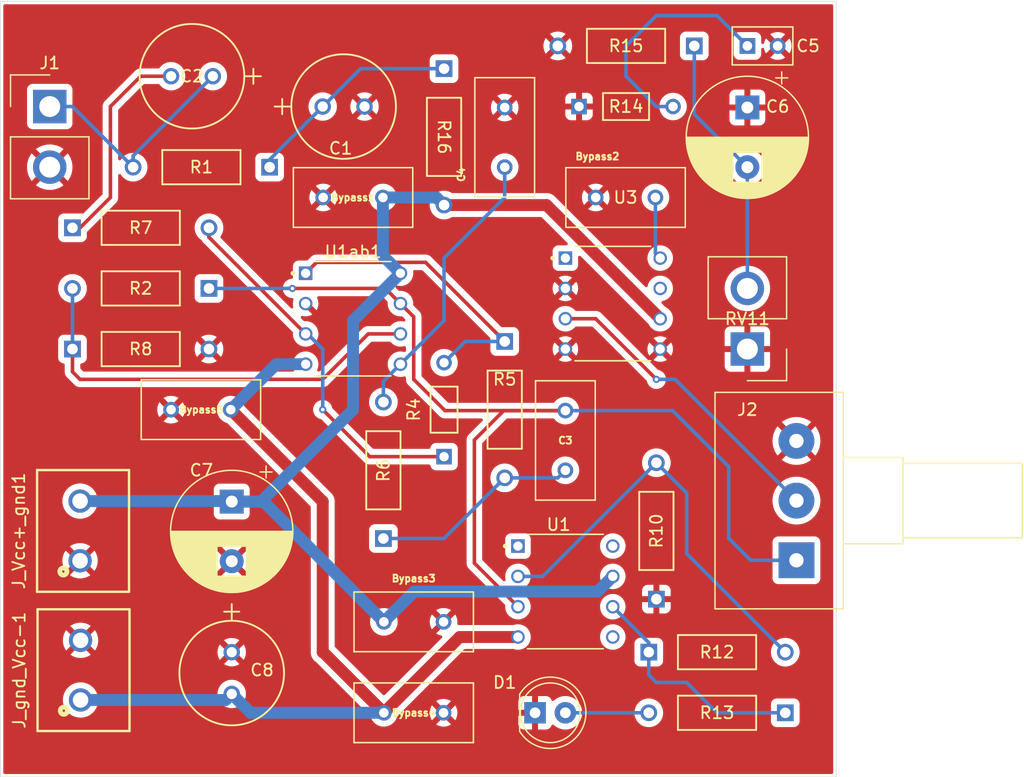
<source format=kicad_pcb>
(kicad_pcb (version 20240108) (generator "pcbnew") (generator_version "8.0")
  (layers (0 "F.Cu" signal) (31 "B.Cu" signal) (34 "B.Paste" user) (35 "F.Paste" user) (36 "B.SilkS" user "B.Silkscreen") (37 "F.SilkS" user "F.Silkscreen") (38 "B.Mask" user) (39 "F.Mask" user) (44 "Edge.Cuts" user))
  (net 0 "")
  (net 1 "/Vcc+")
  (net 2 "GND")
  (net 3 "Net-(Bypass2-Pad2)")
  (net 4 "/Vcc-")
  (net 5 "Net-(C1-Pad1)")
  (net 6 "Net-(C2-Pad2)")
  (net 7 "Net-(J1-Pin_1)")
  (net 8 "Net-(C3-Pad1)")
  (net 9 "/2OUT")
  (net 10 "/2IN+")
  (net 11 "Net-(C5-Pad1)")
  (net 12 "Net-(J2-Pin_2)")
  (net 13 "Net-(D1-A)")
  (net 14 "/1IN_+")
  (net 15 "/1OUT")
  (net 16 "/2IN-")
  (net 17 "Net-(U1--)")
  (net 18 "Net-(R12-Pad1)")
  (net 19 "Net-(U3-+)")
  (footprint "Capacitor_THT:XTAL_ZTA-2.44MG_100n_BP" (layer "F.Cu") (at 116.8 109.22 180)
    (property "Reference" "Bypass5" (at -0.04 0 0) (layer "F.SilkS") (effects (font (size 0.591981 0.591981))))
    (property "Value" "100n")
    (pad "1" thru_hole circle (at -2.5 0 180) (size 1.308 1.308) (drill 0.8) (layers "*.Cu" "*.Mask") (net 4 "/Vcc-"))
    (pad "2" thru_hole circle (at 2.5 0 180) (size 1.308 1.308) (drill 0.8) (layers "*.Cu" "*.Mask") (net 2 "GND"))
  )
  (footprint "Resistor_THT:1k_kue_0.25W" (layer "F.Cu") (at 154.305 129.54)
    (property "Reference" "R12" (at 5.715 0 0) (layer "F.SilkS"))
    (property "Value" "330k")
    (pad "1" thru_hole rect (at 0 0) (size 1.397 1.397) (drill 0.889) (layers "*.Cu" "*.Mask") (net 18 "Net-(R12-Pad1)"))
    (pad "2" thru_hole circle (at 11.43 0) (size 1.397 1.397) (drill 0.889) (layers "*.Cu" "*.Mask") (net 17 "Net-(U1--)"))
  )
  (footprint "Connector_Samtec_HPM_THT:Samtec_HPM-02-01-x-S_Straight_1x02_Pitch5.08mm" (layer "F.Cu") (at 104.14 83.82)
    (property "Reference" "J1" (at 0 -3.65 0) (layer "F.SilkS"))
    (property "Value" "Conn_01x02_Pin")
    (pad "1" thru_hole rect (at 0 0) (size 2.8 2.8) (drill 1.75) (layers "*.Cu" "*.Mask") (net 7 "Net-(J1-Pin_1)"))
    (pad "2" thru_hole circle (at 0 5.08) (size 2.8 2.8) (drill 1.75) (layers "*.Cu" "*.Mask") (net 2 "GND"))
  )
  (footprint "Capacitor_THT:CAPRR254W54L508T318H736_ceramic" (layer "F.Cu") (at 163.83 78.74)
    (property "Reference" "C5" (at 3.81 0 0) (layer "F.SilkS"))
    (property "Value" "C")
    (pad "1" thru_hole rect (at -1.27 0) (size 1.318 1.318) (drill 0.81) (layers "*.Cu" "*.Mask") (net 11 "Net-(C5-Pad1)"))
    (pad "2" thru_hole circle (at 1.27 0) (size 1.318 1.318) (drill 0.81) (layers "*.Cu" "*.Mask") (net 2 "GND"))
  )
  (footprint "Connector_Samtec_HPM_THT:Samtec_HPM-02-01-x-S_Straight_1x02_Pitch5.08mm" (layer "F.Cu") (at 162.56 104.14 180)
    (property "Reference" "J2" (at 0 -5.08 0) (layer "F.SilkS"))
    (property "Value" "Conn_01x02_Pin")
    (pad "1" thru_hole rect (at 0 0 180) (size 2.8 2.8) (drill 1.75) (layers "*.Cu" "*.Mask") (net 2 "GND"))
    (pad "2" thru_hole circle (at 0 5.08 180) (size 2.8 2.8) (drill 1.75) (layers "*.Cu" "*.Mask") (net 12 "Net-(J2-Pin_2)"))
  )
  (footprint "Resistor_THT:1k_kue_0.25W" (layer "F.Cu") (at 106.045 104.14)
    (property "Reference" "R8" (at 5.715 0 0) (layer "F.SilkS"))
    (property "Value" "56k")
    (pad "1" thru_hole rect (at 0 0) (size 1.397 1.397) (drill 0.889) (layers "*.Cu" "*.Mask") (net 16 "/2IN-"))
    (pad "2" thru_hole circle (at 11.43 0) (size 1.397 1.397) (drill 0.889) (layers "*.Cu" "*.Mask") (net 2 "GND"))
  )
  (footprint "Capacitor_THT:XTAL_ZTA-2.44MG_100n_BP" (layer "F.Cu") (at 129.54 91.44 180)
    (property "Reference" "Bypass1" (at 0 0 0) (layer "F.SilkS") (effects (font (size 0.591981 0.591981))))
    (property "Value" "100n")
    (pad "1" thru_hole circle (at -2.5 0 180) (size 1.308 1.308) (drill 0.8) (layers "*.Cu" "*.Mask") (net 1 "/Vcc+"))
    (pad "2" thru_hole circle (at 2.5 0 180) (size 1.308 1.308) (drill 0.8) (layers "*.Cu" "*.Mask") (net 2 "GND"))
  )
  (footprint "Capacitor_THT:CAP_470uF_16V_kue" (layer "F.Cu") (at 127 83.82)
    (property "Reference" "C1" (at 1.5 3.5 0) (layer "F.SilkS"))
    (property "Value" "470uF")
    (pad "1" thru_hole circle (at 0 0) (size 1.3716 1.3716) (drill 0.8636) (layers "*.Cu" "*.Mask") (net 5 "Net-(C1-Pad1)"))
    (pad "2" thru_hole circle (at 3.500001 0) (size 1.3716 1.3716) (drill 0.8636) (layers "*.Cu" "*.Mask") (net 2 "GND"))
  )
  (footprint "Connector:691137710002" (layer "F.Cu") (at 106.68 119.38 90)
    (property "Reference" "J_Vcc+_gnd1" (at 0 -5.135 90) (layer "F.SilkS"))
    (property "Value" "691137710002")
    (pad "1" thru_hole circle (at -2.5 0 90) (size 1.95 1.95) (drill 1.3) (layers "*.Cu" "*.Mask") (net 2 "GND"))
    (pad "2" thru_hole circle (at 2.5 0 90) (size 1.95 1.95) (drill 1.3) (layers "*.Cu" "*.Mask") (net 1 "/Vcc+"))
  )
  (footprint "Capacitor_THT:XTAL_ZTA-2.44MG_100n_BP" (layer "F.Cu") (at 134.62 134.62 180)
    (property "Reference" "Bypass4" (at 0 0 0) (layer "F.SilkS") (effects (font (size 0.591981 0.591981))))
    (property "Value" "100n")
    (pad "1" thru_hole circle (at -2.5 0 180) (size 1.308 1.308) (drill 0.8) (layers "*.Cu" "*.Mask") (net 2 "GND"))
    (pad "2" thru_hole circle (at 2.5 0 180) (size 1.308 1.308) (drill 0.8) (layers "*.Cu" "*.Mask") (net 4 "/Vcc-"))
  )
  (footprint "Capacitor_THT:XTAL_ZTA-2.44MG_100n_BP" (layer "F.Cu") (at 134.62 127)
    (property "Reference" "Bypass3" (at 0 -3.633788 0) (layer "F.SilkS") (effects (font (size 0.591981 0.591981))))
    (property "Value" "100n")
    (pad "1" thru_hole circle (at -2.5 0) (size 1.308 1.308) (drill 0.8) (layers "*.Cu" "*.Mask") (net 1 "/Vcc+"))
    (pad "2" thru_hole circle (at 2.5 0) (size 1.308 1.308) (drill 0.8) (layers "*.Cu" "*.Mask") (net 2 "GND"))
  )
  (footprint "Resistor_THT:STA_CF14_STP_kue10k_0.25w" (layer "F.Cu") (at 122.555 88.9 180)
    (property "Reference" "R1" (at 5.715 0 0) (layer "F.SilkS"))
    (property "Value" "10k")
    (pad "1" thru_hole rect (at 0 0 180) (size 1.397 1.397) (drill 0.889) (layers "*.Cu" "*.Mask") (net 5 "Net-(C1-Pad1)"))
    (pad "2" thru_hole circle (at 11.43 0 180) (size 1.397 1.397) (drill 0.889) (layers "*.Cu" "*.Mask") (net 7 "Net-(J1-Pin_1)"))
  )
  (footprint "Resistor_THT:2k2_kue_0.25W" (layer "F.Cu") (at 117.475 99.06 180)
    (property "Reference" "R7" (at 5.715 5.08 0) (layer "F.SilkS"))
    (property "Value" "33k")
    (pad "1" thru_hole rect (at 0 0 180) (size 1.397 1.397) (drill 0.889) (layers "*.Cu" "*.Mask") (net 9 "/2OUT"))
    (pad "2" thru_hole circle (at 11.43 0 180) (size 1.397 1.397) (drill 0.889) (layers "*.Cu" "*.Mask") (net 16 "/2IN-"))
  )
  (footprint "Resistor_THT:1k_kue_0.25W" (layer "F.Cu") (at 137.16 80.645 -90)
    (property "Reference" "R16" (at 5.715 0 -90) (layer "F.SilkS"))
    (property "Value" "1k")
    (pad "1" thru_hole rect (at 0 0 270) (size 1.397 1.397) (drill 0.889) (layers "*.Cu" "*.Mask") (net 5 "Net-(C1-Pad1)"))
    (pad "2" thru_hole circle (at 11.43 0 270) (size 1.397 1.397) (drill 0.889) (layers "*.Cu" "*.Mask") (net 1 "/Vcc+"))
  )
  (footprint "Capacitor_THT:CP_Radial_D10.0mm_P5.00mm" (layer "F.Cu") (at 119.38 116.92 -90)
    (property "Reference" "C7" (at -2.62 2.54 180) (layer "F.SilkS"))
    (property "Value" "1000uF")
    (pad "1" thru_hole rect (at 0 0 270) (size 2 2) (drill 1) (layers "*.Cu" "*.Mask") (net 1 "/Vcc+"))
    (pad "2" thru_hole circle (at 5 0 270) (size 2 2) (drill 1) (layers "*.Cu" "*.Mask") (net 2 "GND"))
  )
  (footprint "Connector:691137710002" (layer "F.Cu") (at 106.72 131.047 90)
    (property "Reference" "J_gnd_Vcc-1" (at 0 -5.135 90) (layer "F.SilkS"))
    (property "Value" "691137710002")
    (pad "1" thru_hole circle (at -2.5 0 90) (size 1.95 1.95) (drill 1.3) (layers "*.Cu" "*.Mask") (net 4 "/Vcc-"))
    (pad "2" thru_hole circle (at 2.5 0 90) (size 1.95 1.95) (drill 1.3) (layers "*.Cu" "*.Mask") (net 2 "GND"))
  )
  (footprint "Resistor_THT:1k_kue_0.25W" (layer "F.Cu") (at 154.94 125.095 90)
    (property "Reference" "R10" (at 5.715 0 90) (layer "F.SilkS"))
    (property "Value" "4k7")
    (pad "1" thru_hole rect (at 0 0 90) (size 1.397 1.397) (drill 0.889) (layers "*.Cu" "*.Mask") (net 2 "GND"))
    (pad "2" thru_hole circle (at 11.43 0 90) (size 1.397 1.397) (drill 0.889) (layers "*.Cu" "*.Mask") (net 17 "Net-(U1--)"))
  )
  (footprint "Library:DIP794W45P254L959H508Q8_LM386" (layer "F.Cu") (at 151.29 100.33)
    (property "Reference" "U3" (at 1.07 -8.89 0) (layer "F.SilkS"))
    (property "Value" "LM386")
    (pad "1" thru_hole rect (at -3.97 -3.81) (size 1.13 1.13) (drill 0.78) (layers "*.Cu" "*.Mask"))
    (pad "2" thru_hole circle (at -3.97 -1.27) (size 1.13 1.13) (drill 0.78) (layers "*.Cu" "*.Mask") (net 2 "GND"))
    (pad "3" thru_hole circle (at -3.97 1.27) (size 1.13 1.13) (drill 0.78) (layers "*.Cu" "*.Mask") (net 19 "Net-(U3-+)"))
    (pad "4" thru_hole circle (at -3.97 3.81) (size 1.13 1.13) (drill 0.78) (layers "*.Cu" "*.Mask") (net 2 "GND"))
    (pad "5" thru_hole circle (at 3.97 3.81) (size 1.13 1.13) (drill 0.78) (layers "*.Cu" "*.Mask") (net 2 "GND"))
    (pad "6" thru_hole circle (at 3.97 1.27) (size 1.13 1.13) (drill 0.78) (layers "*.Cu" "*.Mask") (net 1 "/Vcc+"))
    (pad "7" thru_hole circle (at 3.97 -1.27) (size 1.13 1.13) (drill 0.78) (layers "*.Cu" "*.Mask"))
    (pad "8" thru_hole circle (at 3.97 -3.81) (size 1.13 1.13) (drill 0.78) (layers "*.Cu" "*.Mask") (net 3 "Net-(Bypass2-Pad2)"))
  )
  (footprint "Resistor_THT:1k_kue_0.25W" (layer "F.Cu") (at 142.24 103.505 -90)
    (property "Reference" "R5" (at 3.175 0 0) (layer "F.SilkS"))
    (property "Value" "33k")
    (pad "1" thru_hole rect (at 0 0 270) (size 1.397 1.397) (drill 0.889) (layers "*.Cu" "*.Mask") (net 15 "/1OUT"))
    (pad "2" thru_hole circle (at 11.43 0 270) (size 1.397 1.397) (drill 0.889) (layers "*.Cu" "*.Mask") (net 8 "Net-(C3-Pad1)"))
  )
  (footprint "Potentiometer_THT:Potentiometer_Alps_RK163_Single_Horizontal" (layer "F.Cu") (at 166.67 121.84 180)
    (property "Reference" "RV11" (at 4.11 20.24 0) (layer "F.SilkS"))
    (property "Value" "R_Potentiometer")
    (pad "1" thru_hole rect (at 0 0) (size 3 3) (drill 1.2) (layers "*.Cu" "*.Mask") (net 9 "/2OUT"))
    (pad "2" thru_hole circle (at 0 5) (size 3 3) (drill 1.2) (layers "*.Cu" "*.Mask") (net 19 "Net-(U3-+)"))
    (pad "3" thru_hole circle (at 0 10) (size 3 3) (drill 1.2) (layers "*.Cu" "*.Mask") (net 2 "GND"))
  )
  (footprint "Resistor_THT:47k_kue_0.25W" (layer "F.Cu") (at 137.16 113.157 90)
    (property "Reference" "R4" (at 3.937 -2.54 90) (layer "F.SilkS"))
    (property "Value" "47k")
    (pad "1" thru_hole rect (at 0 0 90) (size 1.2954 1.2954) (drill 0.7874) (layers "*.Cu" "*.Mask") (net 14 "/1IN_+"))
    (pad "2" thru_hole circle (at 7.874 0 90) (size 1.2954 1.2954) (drill 0.7874) (layers "*.Cu" "*.Mask") (net 15 "/1OUT"))
  )
  (footprint "Resistor_THT:2k2_kue_0.25W" (layer "F.Cu") (at 106.045 93.98)
    (property "Reference" "R2" (at 5.715 5.08 0) (layer "F.SilkS"))
    (property "Value" "R")
    (pad "1" thru_hole rect (at 0 0) (size 1.397 1.397) (drill 0.889) (layers "*.Cu" "*.Mask") (net 6 "Net-(C2-Pad2)"))
    (pad "2" thru_hole circle (at 11.43 0) (size 1.397 1.397) (drill 0.889) (layers "*.Cu" "*.Mask") (net 14 "/1IN_+"))
  )
  (footprint "LED_THT:LED_D5.0mm_Clear" (layer "F.Cu") (at 144.78 134.62)
    (property "Reference" "D1" (at -2.54 -2.54 0) (layer "F.SilkS"))
    (property "Value" "LED")
    (pad "1" thru_hole rect (at 0 0) (size 1.8 1.8) (drill 0.9) (layers "*.Cu" "*.Mask") (net 2 "GND"))
    (pad "2" thru_hole circle (at 2.54 0) (size 1.8 1.8) (drill 0.9) (layers "*.Cu" "*.Mask") (net 13 "Net-(D1-A)"))
  )
  (footprint "Capacitor_THT:XTAL_ZTA-2.44MG_100n_BP" (layer "F.Cu") (at 152.36 91.44)
    (property "Reference" "Bypass2" (at -2.36 -3.44 0) (layer "F.SilkS") (effects (font (size 0.591981 0.591981))))
    (property "Value" "100n")
    (pad "1" thru_hole circle (at -2.5 0) (size 1.308 1.308) (drill 0.8) (layers "*.Cu" "*.Mask") (net 2 "GND"))
    (pad "2" thru_hole circle (at 2.5 0) (size 1.308 1.308) (drill 0.8) (layers "*.Cu" "*.Mask") (net 3 "Net-(Bypass2-Pad2)"))
  )
  (footprint "Library:DIP794W45P254L959H508Q8" (layer "F.Cu") (at 129.54 101.6)
    (property "Reference" "U1ab1" (at 0 -5.607 0) (layer "F.SilkS"))
    (property "Value" "TL072CP")
    (pad "1" thru_hole rect (at -3.97 -3.81) (size 1.13 1.13) (drill 0.78) (layers "*.Cu" "*.Mask") (net 15 "/1OUT"))
    (pad "2" thru_hole circle (at -3.97 -1.27) (size 1.13 1.13) (drill 0.78) (layers "*.Cu" "*.Mask") (net 2 "GND"))
    (pad "3" thru_hole circle (at -3.97 1.27) (size 1.13 1.13) (drill 0.78) (layers "*.Cu" "*.Mask") (net 14 "/1IN_+"))
    (pad "4" thru_hole circle (at -3.97 3.81) (size 1.13 1.13) (drill 0.78) (layers "*.Cu" "*.Mask") (net 4 "/Vcc-"))
    (pad "5" thru_hole circle (at 3.97 3.81) (size 1.13 1.13) (drill 0.78) (layers "*.Cu" "*.Mask") (net 10 "/2IN+"))
    (pad "6" thru_hole circle (at 3.97 1.27) (size 1.13 1.13) (drill 0.78) (layers "*.Cu" "*.Mask") (net 16 "/2IN-"))
    (pad "7" thru_hole circle (at 3.97 -1.27) (size 1.13 1.13) (drill 0.78) (layers "*.Cu" "*.Mask") (net 9 "/2OUT"))
    (pad "8" thru_hole circle (at 3.97 -3.81) (size 1.13 1.13) (drill 0.78) (layers "*.Cu" "*.Mask") (net 1 "/Vcc+"))
  )
  (footprint "Capacitor_THT:CP_Radial_D10.0mm_P5.00mm" (layer "F.Cu") (at 162.56 83.9 -90)
    (property "Reference" "C6" (at -0.08 -2.54 180) (layer "F.SilkS"))
    (property "Value" "1000uF")
    (pad "1" thru_hole rect (at 0 0 270) (size 2 2) (drill 1) (layers "*.Cu" "*.Mask") (net 2 "GND"))
    (pad "2" thru_hole circle (at 5 0 270) (size 2 2) (drill 1) (layers "*.Cu" "*.Mask") (net 12 "Net-(J2-Pin_2)"))
  )
  (footprint "Resistor_THT:47k_kue_0.25W" (layer "F.Cu") (at 148.463 83.82)
    (property "Reference" "R14" (at 3.937 0 0) (layer "F.SilkS"))
    (property "Value" "3R9")
    (pad "1" thru_hole rect (at 0 0) (size 1.2954 1.2954) (drill 0.7874) (layers "*.Cu" "*.Mask") (net 2 "GND"))
    (pad "2" thru_hole circle (at 7.874 0) (size 1.2954 1.2954) (drill 0.7874) (layers "*.Cu" "*.Mask") (net 11 "Net-(C5-Pad1)"))
  )
  (footprint "Resistor_THT:1k_kue_0.25W" (layer "F.Cu") (at 132.08 120.015 90)
    (property "Reference" "R6" (at 5.715 0 90) (layer "F.SilkS"))
    (property "Value" "33k")
    (pad "1" thru_hole rect (at 0 0 90) (size 1.397 1.397) (drill 0.889) (layers "*.Cu" "*.Mask") (net 8 "Net-(C3-Pad1)"))
    (pad "2" thru_hole circle (at 11.43 0 90) (size 1.397 1.397) (drill 0.889) (layers "*.Cu" "*.Mask") (net 10 "/2IN+"))
  )
  (footprint "Resistor_THT:1k_kue_0.25W" (layer "F.Cu") (at 165.735 134.62 180)
    (property "Reference" "R13" (at 5.715 0 0) (layer "F.SilkS"))
    (property "Value" "1k")
    (pad "1" thru_hole rect (at 0 0 180) (size 1.397 1.397) (drill 0.889) (layers "*.Cu" "*.Mask") (net 18 "Net-(R12-Pad1)"))
    (pad "2" thru_hole circle (at 11.43 0 180) (size 1.397 1.397) (drill 0.889) (layers "*.Cu" "*.Mask") (net 13 "Net-(D1-A)"))
  )
  (footprint "Resistor_THT:1k_kue_0.25W" (layer "F.Cu") (at 158.115 78.74 180)
    (property "Reference" "R15" (at 5.715 0 0) (layer "F.SilkS"))
    (property "Value" "1k")
    (pad "1" thru_hole rect (at 0 0 180) (size 1.397 1.397) (drill 0.889) (layers "*.Cu" "*.Mask") (net 12 "Net-(J2-Pin_2)"))
    (pad "2" thru_hole circle (at 11.43 0 180) (size 1.397 1.397) (drill 0.889) (layers "*.Cu" "*.Mask") (net 2 "GND"))
  )
  (footprint "Capacitor_THT:CAP_470uF_16V_kue" (layer "F.Cu") (at 117.800001 81.28 180)
    (property "Reference" "C2" (at 1.75 0 0) (layer "F.SilkS"))
    (property "Value" "4.7uF")
    (pad "1" thru_hole circle (at 0 0 180) (size 1.3716 1.3716) (drill 0.8636) (layers "*.Cu" "*.Mask") (net 7 "Net-(J1-Pin_1)"))
    (pad "2" thru_hole circle (at 3.500001 0 180) (size 1.3716 1.3716) (drill 0.8636) (layers "*.Cu" "*.Mask") (net 6 "Net-(C2-Pad2)"))
  )
  (footprint "Capacitor_THT:XTAL_ZTA-4.00MG_WIMA" (layer "F.Cu") (at 147.32 111.8 90)
    (property "Reference" "C3" (at 0 0 180) (layer "F.SilkS") (effects (font (size 0.591982 0.591982))))
    (property "Value" "C")
    (pad "1" thru_hole circle (at -2.5 0 90) (size 1.308 1.308) (drill 0.8) (layers "*.Cu" "*.Mask") (net 8 "Net-(C3-Pad1)"))
    (pad "2" thru_hole circle (at 2.5 0 90) (size 1.308 1.308) (drill 0.8) (layers "*.Cu" "*.Mask") (net 9 "/2OUT"))
  )
  (footprint "Capacitor_THT:XTAL_ZTA-4.00MG_WIMA" (layer "F.Cu") (at 142.24 86.4 90)
    (property "Reference" "C4" (at -3.132578 -3.633789 90) (layer "F.SilkS") (effects (font (size 0.591982 0.591982))))
    (property "Value" "C")
    (pad "1" thru_hole circle (at -2.5 0 90) (size 1.308 1.308) (drill 0.8) (layers "*.Cu" "*.Mask") (net 10 "/2IN+"))
    (pad "2" thru_hole circle (at 2.5 0 90) (size 1.308 1.308) (drill 0.8) (layers "*.Cu" "*.Mask") (net 2 "GND"))
  )
  (footprint "Library:DIP794W45P254L959H508Q8" (layer "F.Cu") (at 147.32 124.46)
    (property "Reference" "U1" (at -0.565 -5.607 0) (layer "F.SilkS"))
    (property "Value" "LM741")
    (pad "1" thru_hole rect (at -3.97 -3.81) (size 1.13 1.13) (drill 0.78) (layers "*.Cu" "*.Mask"))
    (pad "2" thru_hole circle (at -3.97 -1.27) (size 1.13 1.13) (drill 0.78) (layers "*.Cu" "*.Mask") (net 17 "Net-(U1--)"))
    (pad "3" thru_hole circle (at -3.97 1.27) (size 1.13 1.13) (drill 0.78) (layers "*.Cu" "*.Mask") (net 9 "/2OUT"))
    (pad "4" thru_hole circle (at -3.97 3.81) (size 1.13 1.13) (drill 0.78) (layers "*.Cu" "*.Mask") (net 4 "/Vcc-"))
    (pad "5" thru_hole circle (at 3.97 3.81) (size 1.13 1.13) (drill 0.78) (layers "*.Cu" "*.Mask"))
    (pad "6" thru_hole circle (at 3.97 1.27) (size 1.13 1.13) (drill 0.78) (layers "*.Cu" "*.Mask") (net 18 "Net-(R12-Pad1)"))
    (pad "7" thru_hole circle (at 3.97 -1.27) (size 1.13 1.13) (drill 0.78) (layers "*.Cu" "*.Mask") (net 1 "/Vcc+"))
    (pad "8" thru_hole circle (at 3.97 -3.81) (size 1.13 1.13) (drill 0.78) (layers "*.Cu" "*.Mask"))
  )
  (footprint "Capacitor_THT:CAP_470uF_16V_kue" (layer "F.Cu") (at 119.38 129.54 -90)
    (property "Reference" "C8" (at 1.5 -2.54 0) (layer "F.SilkS"))
    (property "Value" "470uF")
    (pad "1" thru_hole circle (at 0 0 270) (size 1.3716 1.3716) (drill 0.8636) (layers "*.Cu" "*.Mask") (net 2 "GND"))
    (pad "2" thru_hole circle (at 3.500001 0 270) (size 1.3716 1.3716) (drill 0.8636) (layers "*.Cu" "*.Mask") (net 4 "/Vcc-"))
  )
  (gr_rect (start 100 75) (end 170 140) (stroke (width 0.05)) (fill none) (layer "Edge.Cuts"))
  (segment (start 137.16 92.075) (end 145.735 92.075) (width 1) (layer "F.Cu") (net 1))
  (segment (start 145.735 92.075) (end 155.26 101.6) (width 1) (layer "F.Cu") (net 1))
  (segment (start 122.04 116.92) (end 132.12 127) (width 1) (layer "B.Cu") (net 1))
  (segment (start 136.525 91.44) (end 137.16 92.075) (width 1) (layer "B.Cu") (net 1))
  (segment (start 132.04 91.44) (end 136.525 91.44) (width 1) (layer "B.Cu") (net 1))
  (segment (start 132.04 91.44) (end 132.04 96.32) (width 1) (layer "B.Cu") (net 1))
  (segment (start 129.54 109.22) (end 121.84 116.92) (width 1) (layer "B.Cu") (net 1))
  (segment (start 150.02 124.46) (end 134.66 124.46) (width 1) (layer "B.Cu") (net 1))
  (segment (start 121.84 116.92) (end 119.38 116.92) (width 1) (layer "B.Cu") (net 1))
  (segment (start 119.34 116.88) (end 119.38 116.84) (width 1) (layer "B.Cu") (net 1))
  (segment (start 133.51 97.79) (end 129.54 101.76) (width 1) (layer "B.Cu") (net 1))
  (segment (start 151.29 123.19) (end 150.02 124.46) (width 1) (layer "B.Cu") (net 1))
  (segment (start 134.66 124.46) (end 132.12 127) (width 1) (layer "B.Cu") (net 1))
  (segment (start 119.38 116.92) (end 122.04 116.92) (width 1) (layer "B.Cu") (net 1))
  (segment (start 132.04 96.32) (end 133.51 97.79) (width 1) (layer "B.Cu") (net 1))
  (segment (start 106.68 116.88) (end 119.34 116.88) (width 1) (layer "B.Cu") (net 1))
  (segment (start 129.54 101.76) (end 129.54 109.22) (width 1) (layer "B.Cu") (net 1))
  (segment (start 119.34 116.88) (end 119.38 116.92) (width 1) (layer "B.Cu") (net 1))
  (segment (start 154.86 96.12) (end 155.26 96.52) (width 0.3) (layer "B.Cu") (net 3))
  (segment (start 154.86 91.44) (end 154.86 96.12) (width 0.3) (layer "B.Cu") (net 3))
  (segment (start 127 116.92) (end 127 129.54) (width 1) (layer "F.Cu") (net 4))
  (segment (start 138.47 128.27) (end 143.35 128.27) (width 1) (layer "F.Cu") (net 4))
  (segment (start 119.3 109.22) (end 127 116.92) (width 1) (layer "F.Cu") (net 4))
  (segment (start 127 129.54) (end 127.04 129.54) (width 1) (layer "F.Cu") (net 4))
  (segment (start 132.12 134.62) (end 138.47 128.27) (width 1) (layer "F.Cu") (net 4))
  (segment (start 127.04 129.54) (end 132.12 134.62) (width 1) (layer "F.Cu") (net 4))
  (segment (start 119.3 109.22) (end 123.11 105.41) (width 1) (layer "B.Cu") (net 4))
  (segment (start 106.72 133.547) (end 118.873001 133.547) (width 1) (layer "B.Cu") (net 4))
  (segment (start 123.11 105.41) (end 125.57 105.41) (width 1) (layer "B.Cu") (net 4))
  (segment (start 132.12 134.62) (end 120.959999 134.62) (width 1) (layer "B.Cu") (net 4))
  (segment (start 118.873001 133.547) (end 119.38 133.040001) (width 1) (layer "B.Cu") (net 4))
  (segment (start 120.959999 134.62) (end 119.38 133.040001) (width 1) (layer "B.Cu") (net 4))
  (segment (start 127 83.82) (end 122.555 88.265) (width 0.3) (layer "B.Cu") (net 5))
  (segment (start 130.175 80.645) (end 137.16 80.645) (width 0.3) (layer "B.Cu") (net 5))
  (segment (start 122.555 88.265) (end 122.555 88.9) (width 0.2) (layer "B.Cu") (net 5))
  (segment (start 127 83.82) (end 130.175 80.645) (width 0.3) (layer "B.Cu") (net 5))
  (segment (start 106.68 93.98) (end 109.22 91.44) (width 0.3) (layer "F.Cu") (net 6))
  (segment (start 109.22 91.44) (end 109.22 83.82) (width 0.3) (layer "F.Cu") (net 6))
  (segment (start 109.22 83.82) (end 111.76 81.28) (width 0.3) (layer "F.Cu") (net 6))
  (segment (start 111.76 81.28) (end 114.3 81.28) (width 0.3) (layer "F.Cu") (net 6))
  (segment (start 106.045 93.98) (end 106.68 93.98) (width 0.2) (layer "F.Cu") (net 6))
  (segment (start 106.045 83.82) (end 111.125 88.9) (width 0.3) (layer "B.Cu") (net 7))
  (segment (start 104.14 83.82) (end 106.045 83.82) (width 0.3) (layer "B.Cu") (net 7))
  (segment (start 111.125 87.955001) (end 111.125 88.9) (width 0.3) (layer "B.Cu") (net 7))
  (segment (start 117.800001 81.28) (end 111.125 87.955001) (width 0.3) (layer "B.Cu") (net 7))
  (segment (start 142.24 114.935) (end 146.685 114.935) (width 0.3) (layer "B.Cu") (net 8))
  (segment (start 146.685 114.935) (end 147.32 114.3) (width 0.3) (layer "B.Cu") (net 8))
  (segment (start 137.16 120.015) (end 132.08 120.015) (width 0.3) (layer "B.Cu") (net 8))
  (segment (start 142.24 114.935) (end 137.16 120.015) (width 0.3) (layer "B.Cu") (net 8))
  (segment (start 142.16 109.3) (end 147.32 109.3) (width 0.3) (layer "F.Cu") (net 9))
  (segment (start 133.51 100.33) (end 134.62 101.44) (width 0.3) (layer "F.Cu") (net 9))
  (segment (start 137.24 109.3) (end 147.32 109.3) (width 0.3) (layer "F.Cu") (net 9))
  (segment (start 134.62 101.44) (end 134.62 106.68) (width 0.3) (layer "F.Cu") (net 9))
  (segment (start 139.7 122.08) (end 139.7 111.76) (width 0.3) (layer "F.Cu") (net 9))
  (segment (start 134.62 106.68) (end 137.24 109.3) (width 0.3) (layer "F.Cu") (net 9))
  (segment (start 132.24 99.06) (end 133.51 100.33) (width 0.3) (layer "F.Cu") (net 9))
  (segment (start 124.46 99.06) (end 132.24 99.06) (width 0.3) (layer "F.Cu") (net 9))
  (segment (start 143.35 125.73) (end 139.7 122.08) (width 0.3) (layer "F.Cu") (net 9))
  (segment (start 139.7 111.76) (end 142.16 109.3) (width 0.3) (layer "F.Cu") (net 9))
  (via (at 124.46 99.06) (size 0.6) (drill 0.3) (layers "F.Cu" "B.Cu") (net 9))
  (segment (start 162.84 121.84) (end 166.67 121.84) (width 0.3) (layer "B.Cu") (net 9))
  (segment (start 161 114) (end 161 120) (width 0.3) (layer "B.Cu") (net 9))
  (segment (start 117.475 99.06) (end 124.46 99.06) (width 0.3) (layer "B.Cu") (net 9))
  (segment (start 147.32 109.3) (end 147.32 109.22) (width 0.2) (layer "B.Cu") (net 9))
  (segment (start 117.475 99.06) (end 116.84 99.06) (width 0.2) (layer "B.Cu") (net 9))
  (segment (start 156.3 109.3) (end 161 114) (width 0.3) (layer "B.Cu") (net 9))
  (segment (start 161 120) (end 162.84 121.84) (width 0.3) (layer "B.Cu") (net 9))
  (segment (start 147.32 109.3) (end 156.3 109.3) (width 0.3) (layer "B.Cu") (net 9))
  (segment (start 142.24 91.44) (end 137.16 96.52) (width 0.3) (layer "B.Cu") (net 10))
  (segment (start 137.16 101.76) (end 133.51 105.41) (width 0.3) (layer "B.Cu") (net 10))
  (segment (start 133.51 105.41) (end 132.08 106.84) (width 0.3) (layer "B.Cu") (net 10))
  (segment (start 137.16 96.52) (end 137.16 101.76) (width 0.3) (layer "B.Cu") (net 10))
  (segment (start 132.08 106.84) (end 132.08 108.585) (width 0.3) (layer "B.Cu") (net 10))
  (segment (start 142.24 88.9) (end 142.24 91.44) (width 0.3) (layer "B.Cu") (net 10))
  (segment (start 162.56 78.74) (end 160.02 76.2) (width 0.3) (layer "B.Cu") (net 11))
  (segment (start 152.4 81.28) (end 154.94 83.82) (width 0.3) (layer "B.Cu") (net 11))
  (segment (start 160.02 76.2) (end 154.94 76.2) (width 0.3) (layer "B.Cu") (net 11))
  (segment (start 154.94 83.82) (end 156.337 83.82) (width 0.3) (layer "B.Cu") (net 11))
  (segment (start 152.4 78.74) (end 152.4 81.28) (width 0.3) (layer "B.Cu") (net 11))
  (segment (start 154.94 76.2) (end 152.4 78.74) (width 0.3) (layer "B.Cu") (net 11))
  (segment (start 162.56 88.9) (end 162.56 99.06) (width 0.3) (layer "B.Cu") (net 12))
  (segment (start 162.56 88.9) (end 158.115 84.455) (width 0.3) (layer "B.Cu") (net 12))
  (segment (start 158.115 84.455) (end 158.115 78.74) (width 0.3) (layer "B.Cu") (net 12))
  (segment (start 147.32 134.62) (end 154.305 134.62) (width 0.3) (layer "B.Cu") (net 13))
  (segment (start 130.937 113.157) (end 137.16 113.157) (width 0.3) (layer "F.Cu") (net 14))
  (segment (start 117.475 94.775) (end 117.475 93.98) (width 0.3) (layer "F.Cu") (net 14))
  (segment (start 125.57 102.87) (end 117.475 94.775) (width 0.3) (layer "F.Cu") (net 14))
  (segment (start 127 109.22) (end 130.937 113.157) (width 0.3) (layer "F.Cu") (net 14))
  (via (at 127 109.22) (size 0.6) (drill 0.3) (layers "F.Cu" "B.Cu") (net 14))
  (segment (start 125.57 102.87) (end 125.73 102.87) (width 0.3) (layer "B.Cu") (net 14))
  (segment (start 125.73 102.87) (end 127 104.14) (width 0.3) (layer "B.Cu") (net 14))
  (segment (start 127 104.14) (end 127 109.22) (width 0.3) (layer "B.Cu") (net 14))
  (segment (start 125.57 97.79) (end 126.485 96.875) (width 0.3) (layer "F.Cu") (net 15))
  (segment (start 135.61 96.875) (end 142.24 103.505) (width 0.3) (layer "F.Cu") (net 15))
  (segment (start 126.485 96.875) (end 135.61 96.875) (width 0.3) (layer "F.Cu") (net 15))
  (segment (start 138.938 103.505) (end 142.24 103.505) (width 0.3) (layer "B.Cu") (net 15))
  (segment (start 137.16 105.283) (end 138.938 103.505) (width 0.3) (layer "B.Cu") (net 15))
  (segment (start 106.045 106.045) (end 106.68 106.68) (width 0.3) (layer "F.Cu") (net 16))
  (segment (start 127 106.68) (end 130.81 102.87) (width 0.3) (layer "F.Cu") (net 16))
  (segment (start 106.68 106.68) (end 127 106.68) (width 0.3) (layer "F.Cu") (net 16))
  (segment (start 106.045 104.14) (end 106.045 106.045) (width 0.3) (layer "F.Cu") (net 16))
  (segment (start 130.81 102.87) (end 133.51 102.87) (width 0.3) (layer "F.Cu") (net 16))
  (segment (start 106.045 99.06) (end 106.045 104.14) (width 0.3) (layer "B.Cu") (net 16))
  (segment (start 157.48 116.205) (end 154.94 113.665) (width 0.3) (layer "B.Cu") (net 17))
  (segment (start 165.735 129.54) (end 157.48 121.285) (width 0.3) (layer "B.Cu") (net 17))
  (segment (start 157.48 121.285) (end 157.48 116.205) (width 0.3) (layer "B.Cu") (net 17))
  (segment (start 154.94 113.665) (end 145.415 123.19) (width 0.3) (layer "B.Cu") (net 17))
  (segment (start 145.415 123.19) (end 143.35 123.19) (width 0.3) (layer "B.Cu") (net 17))
  (segment (start 154.305 128.745) (end 154.305 129.54) (width 0.3) (layer "B.Cu") (net 18))
  (segment (start 160.02 134.62) (end 165.735 134.62) (width 0.3) (layer "B.Cu") (net 18))
  (segment (start 154.305 131.445) (end 154.94 132.08) (width 0.3) (layer "B.Cu") (net 18))
  (segment (start 154.94 132.08) (end 157.48 132.08) (width 0.3) (layer "B.Cu") (net 18))
  (segment (start 157.48 132.08) (end 160.02 134.62) (width 0.3) (layer "B.Cu") (net 18))
  (segment (start 151.29 125.73) (end 154.305 128.745) (width 0.3) (layer "B.Cu") (net 18))
  (segment (start 154.305 129.54) (end 154.305 131.445) (width 0.3) (layer "B.Cu") (net 18))
  (segment (start 154.94 106.68) (end 149.86 101.6) (width 0.3) (layer "F.Cu") (net 19))
  (segment (start 149.86 101.6) (end 147.32 101.6) (width 0.3) (layer "F.Cu") (net 19))
  (via (at 154.94 106.68) (size 0.6) (drill 0.3) (layers "F.Cu" "B.Cu") (net 19))
  (segment (start 166.67 116.84) (end 156.51 106.68) (width 0.3) (layer "B.Cu") (net 19))
  (segment (start 156.51 106.68) (end 154.94 106.68) (width 0.3) (layer "B.Cu") (net 19))
  (zone (net 2) (net_name "GND") (layer "F.Cu") (connect_pads (clearance 0.5)) (min_thickness 0.25) (fill yes (thermal_gap 0.5) (thermal_bridge_width 0.5))
    (polygon (pts (xy 100 75) (xy 170 75) (xy 170 140) (xy 100 140)))
  )
)
</source>
